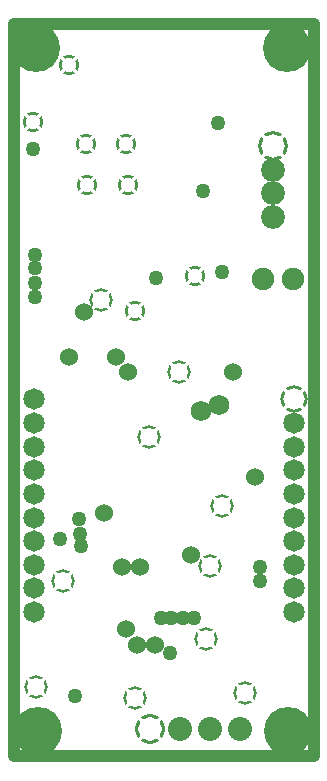
<source format=gbr>
%TF.GenerationSoftware,Altium Limited,Altium Designer,20.0.9 (164)*%
G04 Layer_Physical_Order=3*
G04 Layer_Color=128*
%FSLAX26Y26*%
%MOIN*%
%TF.FileFunction,Copper,L3,Inr,Plane*%
%TF.Part,Single*%
G01*
G75*
%TA.AperFunction,ViaPad*%
%ADD32C,0.050000*%
%TA.AperFunction,NonConductor*%
%ADD34C,0.040000*%
%TA.AperFunction,ComponentPad*%
%ADD35C,0.075039*%
%ADD36C,0.071496*%
G04:AMPARAMS|DCode=37|XSize=91.496mil|YSize=91.496mil|CornerRadius=0mil|HoleSize=0mil|Usage=FLASHONLY|Rotation=0.000|XOffset=0mil|YOffset=0mil|HoleType=Round|Shape=Relief|Width=10mil|Gap=10mil|Entries=4|*
%AMTHD37*
7,0,0,0.091496,0.071496,0.010000,45*
%
%ADD37THD37*%
G04:AMPARAMS|DCode=38|XSize=100.157mil|YSize=100.157mil|CornerRadius=0mil|HoleSize=0mil|Usage=FLASHONLY|Rotation=0.000|XOffset=0mil|YOffset=0mil|HoleType=Round|Shape=Relief|Width=10mil|Gap=10mil|Entries=4|*
%AMTHD38*
7,0,0,0.100157,0.080157,0.010000,45*
%
%ADD38THD38*%
%ADD39C,0.080157*%
%ADD40C,0.079370*%
%TA.AperFunction,ViaPad*%
G04:AMPARAMS|DCode=41|XSize=70mil|YSize=70mil|CornerRadius=0mil|HoleSize=0mil|Usage=FLASHONLY|Rotation=0.000|XOffset=0mil|YOffset=0mil|HoleType=Round|Shape=Relief|Width=10mil|Gap=10mil|Entries=4|*
%AMTHD41*
7,0,0,0.070000,0.050000,0.010000,45*
%
%ADD41THD41*%
G04:AMPARAMS|DCode=42|XSize=80mil|YSize=80mil|CornerRadius=0mil|HoleSize=0mil|Usage=FLASHONLY|Rotation=0.000|XOffset=0mil|YOffset=0mil|HoleType=Round|Shape=Relief|Width=10mil|Gap=10mil|Entries=4|*
%AMTHD42*
7,0,0,0.080000,0.060000,0.010000,45*
%
%ADD42THD42*%
%ADD43C,0.060000*%
%ADD44C,0.068000*%
%ADD45C,0.160000*%
%TA.AperFunction,ComponentPad*%
G04:AMPARAMS|DCode=46|XSize=99.37mil|YSize=99.37mil|CornerRadius=0mil|HoleSize=0mil|Usage=FLASHONLY|Rotation=0.000|XOffset=0mil|YOffset=0mil|HoleType=Round|Shape=Relief|Width=10mil|Gap=10mil|Entries=4|*
%AMTHD46*
7,0,0,0.099370,0.079370,0.010000,45*
%
%ADD46THD46*%
D32*
X1065000Y2670000D02*
D03*
X1520000Y990000D02*
D03*
X1205000Y845000D02*
D03*
X1820000Y1230000D02*
D03*
Y1275000D02*
D03*
X1155000Y1370000D02*
D03*
X1225000Y1345000D02*
D03*
X1220000Y1385000D02*
D03*
X1218910Y1436090D02*
D03*
X1490000Y1105000D02*
D03*
X1525000D02*
D03*
X1600000D02*
D03*
X1564552Y1105448D02*
D03*
X1680000Y2755000D02*
D03*
X1475000Y2240000D02*
D03*
X1072064Y2273000D02*
D03*
Y2221667D02*
D03*
Y2315000D02*
D03*
Y2175000D02*
D03*
X1695000Y2260000D02*
D03*
X1630000Y2530000D02*
D03*
D34*
X1000000Y645000D02*
Y3085000D01*
X2000000D01*
Y645000D02*
Y3085000D01*
X1000000Y645000D02*
X2000000D01*
D35*
X1930000Y2235000D02*
D03*
X1830000D02*
D03*
D36*
X1068858Y1126339D02*
D03*
Y1205079D02*
D03*
Y1283819D02*
D03*
Y1362559D02*
D03*
Y1441299D02*
D03*
Y1520039D02*
D03*
Y1598780D02*
D03*
Y1677520D02*
D03*
Y1756260D02*
D03*
Y1835000D02*
D03*
X1935000Y1756260D02*
D03*
Y1677520D02*
D03*
Y1598780D02*
D03*
Y1520039D02*
D03*
Y1441299D02*
D03*
Y1362559D02*
D03*
Y1283819D02*
D03*
Y1205079D02*
D03*
Y1126339D02*
D03*
D37*
Y1835000D02*
D03*
D38*
X1455000Y735000D02*
D03*
D39*
X1755000D02*
D03*
X1655000D02*
D03*
X1555000D02*
D03*
D40*
X1865000Y2442811D02*
D03*
Y2521551D02*
D03*
Y2600291D02*
D03*
D41*
X1065000Y2760000D02*
D03*
X1185000Y2950000D02*
D03*
X1605000Y2245000D02*
D03*
X1405000Y2130000D02*
D03*
X1245000Y2550000D02*
D03*
X1380000D02*
D03*
X1375000Y2685000D02*
D03*
X1240000D02*
D03*
D42*
X1165000Y1230000D02*
D03*
X1640834Y1035834D02*
D03*
X1695000Y1480000D02*
D03*
X1290000Y2165000D02*
D03*
X1550591Y1925000D02*
D03*
X1075000Y875000D02*
D03*
X1770000Y855000D02*
D03*
X1655000Y1280000D02*
D03*
X1405000Y840000D02*
D03*
X1450000Y1710000D02*
D03*
D43*
X1300000Y1455000D02*
D03*
X1420000Y1275000D02*
D03*
X1380000Y1925000D02*
D03*
X1730000D02*
D03*
X1360000Y1275000D02*
D03*
X1375000Y1070000D02*
D03*
X1340000Y1975000D02*
D03*
X1185000D02*
D03*
X1235000Y2125000D02*
D03*
X1805000Y1575000D02*
D03*
X1590000Y1315000D02*
D03*
X1410000Y1015000D02*
D03*
X1470000D02*
D03*
D44*
X1685000Y1815000D02*
D03*
X1625000Y1795000D02*
D03*
D45*
X1910000Y3005000D02*
D03*
X1075000D02*
D03*
X1080000Y730000D02*
D03*
X1915000D02*
D03*
D46*
X1865000Y2679032D02*
D03*
%TF.MD5,006815c32695f1c3aa5ef33bbd5ae3c2*%
M02*

</source>
